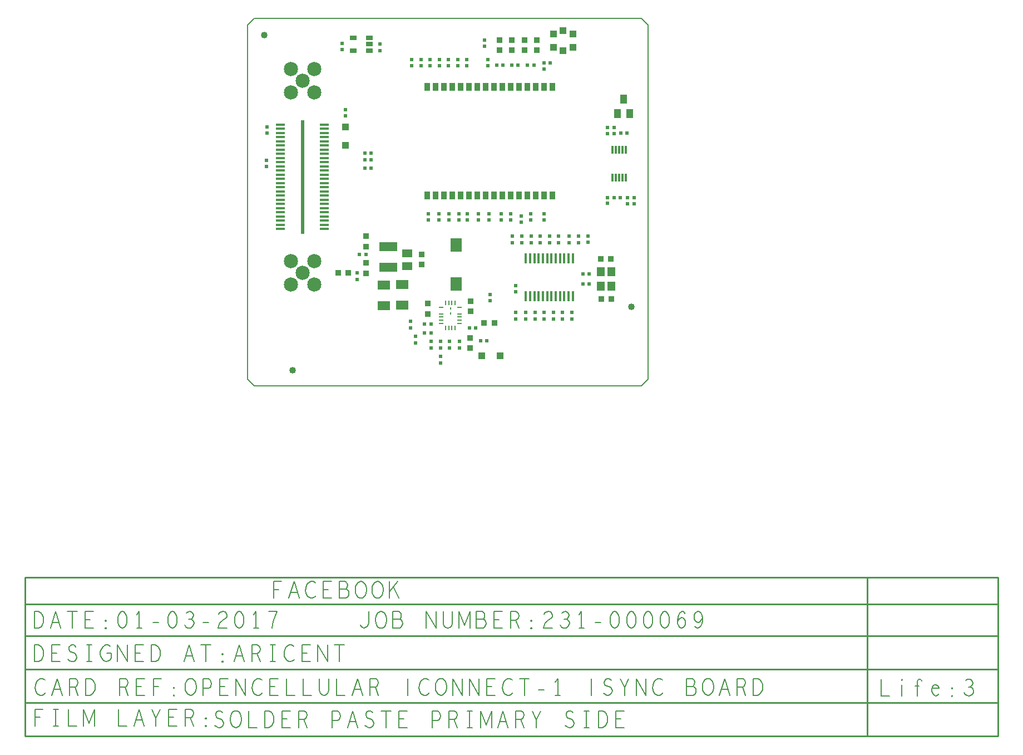
<source format=gbr>
G04 ================== begin FILE IDENTIFICATION RECORD ==================*
G04 Layout Name:  Fb_Connect1_SYNC_Life-3.brd*
G04 Film Name:    PASTETOP.gbr*
G04 File Format:  Gerber RS274X*
G04 File Origin:  Cadence Allegro 16.6-2015-S065*
G04 Origin Date:  Tue Jan 03 17:02:02 2017*
G04 *
G04 Layer:  PACKAGE GEOMETRY/PASTEMASK_TOP*
G04 Layer:  PIN/PASTEMASK_TOP*
G04 Layer:  DRAWING FORMAT/SPPR*
G04 Layer:  DRAWING FORMAT/FILM_LABEL_OUTLINE*
G04 Layer:  BOARD GEOMETRY/OUTLINE*
G04 *
G04 Offset:    (0.000 0.000)*
G04 Mirror:    No*
G04 Mode:      Positive*
G04 Rotation:  0*
G04 FullContactRelief:  No*
G04 UndefLineWidth:     6.000*
G04 ================== end FILE IDENTIFICATION RECORD ====================*
%FSLAX25Y25*MOIN*%
%IR0*IPPOS*OFA0.00000B0.00000*MIA0B0*SFA1.00000B1.00000*%
%ADD27R,.066929X.07874*%
%ADD20R,.11X.055*%
%ADD14R,.02X.68*%
%ADD23R,.008661X.014173*%
%ADD24R,.008661X.015748*%
%ADD26R,.027559X.009843*%
%ADD25R,.009843X.027559*%
%ADD12R,.055X.016*%
%ADD10C,.04*%
%ADD17R,.036X.037*%
%ADD21R,.059X.051*%
%ADD15R,.037X.036*%
%ADD19R,.075X.055*%
%ADD18R,.039X.028*%
%ADD33R,.039X.055*%
%ADD31R,.02X.02*%
%ADD22R,.035433X.05*%
%ADD32R,.012X.047244*%
%ADD13R,.021X.021*%
%ADD16R,.043307X.043307*%
%ADD11C,.085039*%
%ADD30R,.047244X.055118*%
%ADD29R,.03937X.03937*%
%ADD28R,.017717X.059055*%
%ADD34C,.01*%
%ADD35C,.006*%
G75*
%LPD*%
G75*
G54D10*
X10000Y210000D03*
X27300Y9300D03*
X230000Y47400D03*
G54D11*
X26061Y60535D03*
Y74550D03*
Y175850D03*
Y189865D03*
X40076Y60535D03*
X33068Y67542D03*
X40076Y74550D03*
Y175850D03*
X33068Y182858D03*
X40076Y189865D03*
G54D20*
X84377Y83392D03*
Y71187D03*
G54D30*
X211819Y59669D03*
Y68331D03*
X218118Y59669D03*
Y68331D03*
G54D21*
X95877Y79527D03*
Y71653D03*
G54D12*
X19818Y93950D03*
Y96450D03*
Y98950D03*
Y101450D03*
Y103950D03*
Y106450D03*
Y108950D03*
Y111450D03*
Y113950D03*
Y116450D03*
Y118950D03*
Y121450D03*
Y123950D03*
Y126450D03*
Y128950D03*
Y131450D03*
Y133950D03*
Y136450D03*
Y138950D03*
Y141450D03*
Y143950D03*
Y146450D03*
Y148950D03*
Y151450D03*
Y153950D03*
Y156450D03*
X46318Y93950D03*
Y96450D03*
Y98950D03*
Y101450D03*
Y103950D03*
Y106450D03*
Y108950D03*
Y111450D03*
Y113950D03*
Y116450D03*
Y118950D03*
Y121450D03*
Y123950D03*
Y126450D03*
Y128950D03*
Y131450D03*
Y133950D03*
Y136450D03*
Y138950D03*
Y141450D03*
Y143950D03*
Y146450D03*
Y148950D03*
Y151450D03*
Y153950D03*
Y156450D03*
G54D13*
X11368Y131230D03*
Y134970D03*
X11868Y155170D03*
Y151430D03*
X56950Y205105D03*
Y201364D03*
X65850Y63802D03*
X67260Y78550D03*
X71000D03*
X65850Y67542D03*
X74302Y130350D03*
X70561D03*
X70522Y135350D03*
X74262D03*
X74302Y139350D03*
X70561D03*
X58968Y161792D03*
Y165532D03*
X79500Y200830D03*
Y204570D03*
X106307Y31690D03*
X100677Y29560D03*
Y25820D03*
X106307Y37190D03*
X97677Y38560D03*
Y34820D03*
X108418Y99222D03*
Y102963D03*
X104031Y191711D03*
Y195452D03*
X98331Y191711D03*
Y195452D03*
X115679Y13838D03*
X110047Y31690D03*
X115679Y17578D03*
X110177Y22820D03*
Y26560D03*
X121177D03*
Y22820D03*
X115677Y26560D03*
Y22820D03*
X110047Y37190D03*
X120831Y99222D03*
X114831Y99391D03*
X120831Y102963D03*
X114831Y103131D03*
X109519Y191711D03*
Y195452D03*
X115018Y191711D03*
Y195452D03*
X126131D03*
Y191711D03*
X120631Y195452D03*
Y191711D03*
X127177Y22820D03*
Y26560D03*
X139807Y27190D03*
X136747Y34690D03*
X133007D03*
X126868Y99222D03*
X131968D03*
X138331D03*
X126868Y102963D03*
X131968D03*
X138331D03*
X131631Y195452D03*
Y191711D03*
X142031Y206970D03*
Y203230D03*
X143547Y27190D03*
X145515Y54630D03*
Y50890D03*
X152131Y99222D03*
X144668D03*
X158931Y85830D03*
Y89570D03*
X157831Y99222D03*
X152131Y102963D03*
X144668D03*
X157831D03*
X158498Y192100D03*
X149461D03*
X153201D03*
X144131Y191711D03*
Y195452D03*
X160968Y40130D03*
Y43870D03*
X172468D03*
Y40130D03*
X166968Y43870D03*
Y40130D03*
X160668Y59970D03*
Y56230D03*
X169831Y99222D03*
X170031Y89570D03*
Y85830D03*
X164031Y98036D03*
X164431Y85830D03*
Y89570D03*
X175531Y85830D03*
Y89570D03*
X169831Y102963D03*
X164031Y101776D03*
X162238Y192100D03*
X171669D03*
X167929D03*
X188968Y43870D03*
Y40130D03*
X183468D03*
Y43870D03*
X177968D03*
Y40130D03*
X177918Y99222D03*
X186531Y85830D03*
Y89570D03*
X181031Y85830D03*
Y89570D03*
X192731D03*
Y85830D03*
X177918Y102963D03*
X177831Y193370D03*
Y189630D03*
X177761Y193300D03*
X181501D03*
X194468Y43870D03*
Y40130D03*
X201098Y61000D03*
X204839D03*
Y67000D03*
X201098D03*
X198331Y89570D03*
Y85830D03*
X204280Y89732D03*
Y85992D03*
G54D22*
X107831Y114100D03*
Y179100D03*
X122831Y114100D03*
X117831D03*
X112831D03*
Y179100D03*
X117831D03*
X122831D03*
X142831Y114100D03*
X137831D03*
X132831D03*
X127831D03*
Y179100D03*
X132831D03*
X137831D03*
X142831D03*
X157831Y114100D03*
X152831D03*
X147831D03*
Y179100D03*
X152831D03*
X157831D03*
X172831Y114100D03*
X167831D03*
X162831D03*
Y179100D03*
X167831D03*
X172831D03*
X182831Y114100D03*
X177831D03*
Y179100D03*
X182831D03*
G54D31*
X215789Y109312D03*
Y112812D03*
X219912Y112700D03*
X223412D03*
X219811Y154588D03*
Y151088D03*
X215811Y154588D03*
Y151088D03*
X223912Y151206D03*
X227412D03*
X231811Y112588D03*
Y109088D03*
X227800Y112588D03*
Y109088D03*
G54D32*
X218887Y124554D03*
X220856D03*
X222824D03*
X224793D03*
X226761D03*
X218887Y141246D03*
X220856D03*
X222824D03*
X224793D03*
X226761D03*
G54D23*
X121677Y43391D03*
G54D14*
X33068Y125200D03*
G54D33*
X221700Y163100D03*
X225450Y171800D03*
X229200Y163100D03*
G54D15*
X54550Y67542D03*
X60650D03*
X141927Y37690D03*
X148027D03*
X212115Y52000D03*
X218215D03*
X217822Y76000D03*
X211722D03*
G54D24*
X121677Y46422D03*
G54D34*
G01X-133069Y-114500D02*
X371600D01*
Y-209700D01*
X-133069D01*
G01Y-114500D02*
Y-209700D01*
G01Y-189700D02*
X449900D01*
G01X-133069Y-169700D02*
X449900D01*
G01X-133069Y-149700D02*
X449900D01*
G01X-133069Y-130500D02*
X449900D01*
G01X371600Y-114500D02*
X449900D01*
Y-209700D01*
X371600D01*
G54D16*
X58968Y143950D03*
Y154974D03*
X140365Y18090D03*
X151388D03*
G54D25*
X118724Y34710D03*
X120692D03*
X122661D03*
X124630D03*
X118724Y49670D03*
X120692D03*
X122661D03*
X124630D03*
G54D35*
G01X-127194Y-203500D02*
Y-193500D01*
X-122444D01*
G01X-124194Y-198333D02*
X-127194D01*
G01X-116319Y-193500D02*
X-113320D01*
G01X-114819D02*
Y-203500D01*
G01X-116319D02*
X-113320D01*
G01X-107319Y-193500D02*
Y-203500D01*
X-102319D01*
G01X-98069D02*
Y-193500D01*
X-94819Y-201833D01*
X-91569Y-193500D01*
Y-203500D01*
G01X-77319Y-193500D02*
Y-203500D01*
X-72319D01*
G01X-67944D02*
X-64819Y-193500D01*
X-61694Y-203500D01*
G01X-62819Y-200000D02*
X-66819D01*
G01X-54819Y-203500D02*
Y-199000D01*
X-57319Y-193500D01*
G01X-52319D02*
X-54819Y-199000D01*
G01X-42319Y-203500D02*
X-47319D01*
Y-193500D01*
X-42319D01*
G01X-44319Y-198333D02*
X-47319D01*
G01X-37319Y-203500D02*
Y-193500D01*
X-34194D01*
X-33194Y-194000D01*
X-32569Y-194667D01*
X-32319Y-196000D01*
X-32569Y-197333D01*
X-33319Y-198167D01*
X-34194Y-198667D01*
X-37319D01*
G01X-34194D02*
X-32319Y-203500D01*
G01X-24819Y-203833D02*
X-25069Y-203667D01*
Y-203333D01*
X-24819Y-203167D01*
X-24569Y-203333D01*
Y-203667D01*
X-24819Y-203833D01*
G01Y-199334D02*
X-25069Y-199167D01*
Y-198833D01*
X-24819Y-198667D01*
X-24569Y-198833D01*
Y-199167D01*
X-24819Y-199334D01*
G01X-127569Y-165000D02*
Y-155000D01*
X-125069D01*
X-124069Y-155500D01*
X-123319Y-156167D01*
X-122694Y-157166D01*
X-122194Y-158334D01*
X-122069Y-160000D01*
X-122194Y-161667D01*
X-122694Y-162834D01*
X-123319Y-163834D01*
X-124069Y-164500D01*
X-125069Y-165000D01*
X-127569D01*
G01X-112319D02*
X-117319D01*
Y-155000D01*
X-112319D01*
G01X-114319Y-159833D02*
X-117319D01*
G01X-107444Y-163667D02*
X-106444Y-164500D01*
X-105319Y-165000D01*
X-104319D01*
X-103319Y-164500D01*
X-102569Y-163667D01*
X-102194Y-162500D01*
X-102444Y-161334D01*
X-103069Y-160333D01*
X-104194Y-159667D01*
X-105694Y-159333D01*
X-106569Y-158667D01*
X-106944Y-157500D01*
X-106694Y-156333D01*
X-106069Y-155500D01*
X-105194Y-155000D01*
X-104319D01*
X-103444Y-155333D01*
X-102694Y-156167D01*
G01X-96319Y-155000D02*
X-93320D01*
G01X-94819D02*
Y-165000D01*
G01X-96319D02*
X-93320D01*
G01X-84069Y-160000D02*
X-81569D01*
Y-163000D01*
X-82319Y-164000D01*
X-83194Y-164667D01*
X-84444Y-165000D01*
X-85694Y-164667D01*
X-86569Y-164000D01*
X-87319Y-163000D01*
X-87820Y-161833D01*
X-88069Y-160500D01*
Y-159333D01*
X-87820Y-158334D01*
X-87319Y-157166D01*
X-86569Y-156167D01*
X-85819Y-155500D01*
X-84819Y-155000D01*
X-83944D01*
X-82944Y-155333D01*
X-82194Y-156000D01*
G01X-77694Y-165000D02*
Y-155000D01*
X-71944Y-165000D01*
Y-155000D01*
G01X-62319Y-165000D02*
X-67319D01*
Y-155000D01*
X-62319D01*
G01X-64319Y-159833D02*
X-67319D01*
G01X-57569Y-165000D02*
Y-155000D01*
X-55069D01*
X-54069Y-155500D01*
X-53319Y-156167D01*
X-52694Y-157166D01*
X-52194Y-158334D01*
X-52069Y-160000D01*
X-52194Y-161667D01*
X-52694Y-162834D01*
X-53319Y-163834D01*
X-54069Y-164500D01*
X-55069Y-165000D01*
X-57569D01*
G01X-37944D02*
X-34819Y-155000D01*
X-31694Y-165000D01*
G01X-32819Y-161500D02*
X-36819D01*
G01X-24819Y-155000D02*
Y-165000D01*
G01X-27694Y-155000D02*
X-21944D01*
G01X-14819Y-165333D02*
X-15069Y-165167D01*
Y-164833D01*
X-14819Y-164667D01*
X-14569Y-164833D01*
Y-165167D01*
X-14819Y-165333D01*
G01Y-160834D02*
X-15069Y-160667D01*
Y-160333D01*
X-14819Y-160167D01*
X-14569Y-160333D01*
Y-160667D01*
X-14819Y-160834D01*
G01X-7944Y-165000D02*
X-4819Y-155000D01*
X-1694Y-165000D01*
G01X-2819Y-161500D02*
X-6819D01*
G01X2681Y-165000D02*
Y-155000D01*
X5806D01*
X6806Y-155500D01*
X7431Y-156167D01*
X7681Y-157500D01*
X7431Y-158833D01*
X6681Y-159667D01*
X5806Y-160167D01*
X2681D01*
G01X5806D02*
X7681Y-165000D01*
G01X13681Y-155000D02*
X16680D01*
G01X15181D02*
Y-165000D01*
G01X13681D02*
X16680D01*
G01X27931Y-155834D02*
X27181Y-155333D01*
X26306Y-155000D01*
X25306D01*
X24181Y-155500D01*
X23306Y-156333D01*
X22681Y-157333D01*
X22180Y-159000D01*
X22056Y-160500D01*
X22306Y-162000D01*
X22681Y-163000D01*
X23431Y-164000D01*
X24306Y-164667D01*
X25181Y-165000D01*
X26056D01*
X26931Y-164667D01*
X27681Y-164167D01*
X28306Y-163500D01*
G01X37681Y-165000D02*
X32681D01*
Y-155000D01*
X37681D01*
G01X35681Y-159833D02*
X32681D01*
G01X42306Y-165000D02*
Y-155000D01*
X48056Y-165000D01*
Y-155000D01*
G01X55181D02*
Y-165000D01*
G01X52306Y-155000D02*
X58056D01*
G01X-127569Y-145000D02*
Y-135000D01*
X-125069D01*
X-124069Y-135500D01*
X-123319Y-136167D01*
X-122694Y-137166D01*
X-122194Y-138334D01*
X-122069Y-140000D01*
X-122194Y-141667D01*
X-122694Y-142834D01*
X-123319Y-143834D01*
X-124069Y-144500D01*
X-125069Y-145000D01*
X-127569D01*
G01X-117944D02*
X-114819Y-135000D01*
X-111694Y-145000D01*
G01X-112819Y-141500D02*
X-116819D01*
G01X-104819Y-135000D02*
Y-145000D01*
G01X-107694Y-135000D02*
X-101944D01*
G01X-92319Y-145000D02*
X-97319D01*
Y-135000D01*
X-92319D01*
G01X-94319Y-139833D02*
X-97319D01*
G01X-84819Y-145333D02*
X-85069Y-145167D01*
Y-144833D01*
X-84819Y-144667D01*
X-84569Y-144833D01*
Y-145167D01*
X-84819Y-145333D01*
G01Y-140834D02*
X-85069Y-140667D01*
Y-140333D01*
X-84819Y-140167D01*
X-84569Y-140333D01*
Y-140667D01*
X-84819Y-140834D01*
G01X-74819Y-135000D02*
X-75819Y-135333D01*
X-76569Y-136167D01*
X-77069Y-137166D01*
X-77444Y-138500D01*
X-77569Y-140000D01*
X-77444Y-141500D01*
X-77069Y-142834D01*
X-76569Y-143834D01*
X-75819Y-144667D01*
X-74819Y-145000D01*
X-73819Y-144667D01*
X-73069Y-143834D01*
X-72569Y-142834D01*
X-72194Y-141500D01*
X-72069Y-140000D01*
X-72194Y-138500D01*
X-72569Y-137166D01*
X-73069Y-136167D01*
X-73819Y-135333D01*
X-74819Y-135000D01*
G01X-64819Y-145000D02*
Y-135000D01*
X-66319Y-137000D01*
G01Y-145000D02*
X-63320D01*
G01X-56444Y-141667D02*
X-53194D01*
G01X-44819Y-135000D02*
X-45819Y-135333D01*
X-46569Y-136167D01*
X-47069Y-137166D01*
X-47444Y-138500D01*
X-47569Y-140000D01*
X-47444Y-141500D01*
X-47069Y-142834D01*
X-46569Y-143834D01*
X-45819Y-144667D01*
X-44819Y-145000D01*
X-43819Y-144667D01*
X-43069Y-143834D01*
X-42569Y-142834D01*
X-42194Y-141500D01*
X-42069Y-140000D01*
X-42194Y-138500D01*
X-42569Y-137166D01*
X-43069Y-136167D01*
X-43819Y-135333D01*
X-44819Y-135000D01*
G01X-37569Y-143000D02*
X-36819Y-144167D01*
X-35819Y-144833D01*
X-34694Y-145000D01*
X-33694Y-144833D01*
X-32694Y-144000D01*
X-32069Y-143000D01*
X-31944Y-142000D01*
X-32194Y-140834D01*
X-33069Y-140000D01*
X-33944Y-139667D01*
X-35069D01*
G01X-33944D02*
X-33194Y-139167D01*
X-32569Y-138334D01*
X-32319Y-137333D01*
X-32569Y-136333D01*
X-33194Y-135500D01*
X-34319Y-135000D01*
X-35444Y-135167D01*
X-36569Y-135834D01*
G01X-26444Y-141667D02*
X-23194D01*
G01X-17194Y-136667D02*
X-16444Y-135667D01*
X-15569Y-135167D01*
X-14569Y-135000D01*
X-13319Y-135333D01*
X-12444Y-136167D01*
X-12194Y-137166D01*
X-12319Y-138167D01*
X-12819Y-139000D01*
X-15319Y-140667D01*
X-16444Y-141833D01*
X-17194Y-143500D01*
X-17444Y-145000D01*
X-12194D01*
G01X-4819Y-135000D02*
X-5819Y-135333D01*
X-6569Y-136167D01*
X-7069Y-137166D01*
X-7444Y-138500D01*
X-7569Y-140000D01*
X-7444Y-141500D01*
X-7069Y-142834D01*
X-6569Y-143834D01*
X-5819Y-144667D01*
X-4819Y-145000D01*
X-3819Y-144667D01*
X-3069Y-143834D01*
X-2569Y-142834D01*
X-2194Y-141500D01*
X-2069Y-140000D01*
X-2194Y-138500D01*
X-2569Y-137166D01*
X-3069Y-136167D01*
X-3819Y-135333D01*
X-4819Y-135000D01*
G01X5181Y-145000D02*
Y-135000D01*
X3681Y-137000D01*
G01Y-145000D02*
X6680D01*
G01X14931D02*
X15181Y-142834D01*
X15556Y-141000D01*
X16056Y-139333D01*
X16681Y-137500D01*
X17681Y-135000D01*
X12681D01*
G01X-121200Y-176034D02*
X-121950Y-175533D01*
X-122825Y-175200D01*
X-123825D01*
X-124950Y-175700D01*
X-125825Y-176533D01*
X-126450Y-177533D01*
X-126950Y-179200D01*
X-127075Y-180700D01*
X-126825Y-182200D01*
X-126450Y-183200D01*
X-125700Y-184200D01*
X-124825Y-184867D01*
X-123950Y-185200D01*
X-123075D01*
X-122200Y-184867D01*
X-121450Y-184367D01*
X-120825Y-183700D01*
G01X-117075Y-185200D02*
X-113950Y-175200D01*
X-110825Y-185200D01*
G01X-111950Y-181700D02*
X-115950D01*
G01X-106450Y-185200D02*
Y-175200D01*
X-103325D01*
X-102325Y-175700D01*
X-101700Y-176367D01*
X-101450Y-177700D01*
X-101700Y-179033D01*
X-102450Y-179867D01*
X-103325Y-180367D01*
X-106450D01*
G01X-103325D02*
X-101450Y-185200D01*
G01X-96700D02*
Y-175200D01*
X-94200D01*
X-93200Y-175700D01*
X-92450Y-176367D01*
X-91825Y-177366D01*
X-91325Y-178534D01*
X-91200Y-180200D01*
X-91325Y-181867D01*
X-91825Y-183034D01*
X-92450Y-184034D01*
X-93200Y-184700D01*
X-94200Y-185200D01*
X-96700D01*
G01X-76450D02*
Y-175200D01*
X-73325D01*
X-72325Y-175700D01*
X-71700Y-176367D01*
X-71450Y-177700D01*
X-71700Y-179033D01*
X-72450Y-179867D01*
X-73325Y-180367D01*
X-76450D01*
G01X-73325D02*
X-71450Y-185200D01*
G01X-61450D02*
X-66450D01*
Y-175200D01*
X-61450D01*
G01X-63450Y-180033D02*
X-66450D01*
G01X-56325Y-185200D02*
Y-175200D01*
X-51575D01*
G01X-53325Y-180033D02*
X-56325D01*
G01X-43950Y-185533D02*
X-44200Y-185367D01*
Y-185033D01*
X-43950Y-184867D01*
X-43700Y-185033D01*
Y-185367D01*
X-43950Y-185533D01*
G01Y-181034D02*
X-44200Y-180867D01*
Y-180533D01*
X-43950Y-180367D01*
X-43700Y-180533D01*
Y-180867D01*
X-43950Y-181034D01*
G01X-33950Y-185200D02*
X-34950Y-185033D01*
X-35825Y-184367D01*
X-36575Y-183367D01*
X-37075Y-182200D01*
X-37325Y-180867D01*
Y-179533D01*
X-37075Y-178200D01*
X-36575Y-177033D01*
X-35825Y-176034D01*
X-34950Y-175367D01*
X-33950Y-175200D01*
X-32950Y-175367D01*
X-32075Y-176034D01*
X-31325Y-177033D01*
X-30825Y-178200D01*
X-30575Y-179533D01*
Y-180867D01*
X-30825Y-182200D01*
X-31325Y-183367D01*
X-32075Y-184367D01*
X-32950Y-185033D01*
X-33950Y-185200D01*
G01X-26450D02*
Y-175200D01*
X-23450D01*
X-22450Y-175700D01*
X-21700Y-176867D01*
X-21450Y-178200D01*
X-21700Y-179533D01*
X-22325Y-180533D01*
X-23450Y-181034D01*
X-26450D01*
G01X-11450Y-185200D02*
X-16450D01*
Y-175200D01*
X-11450D01*
G01X-13450Y-180033D02*
X-16450D01*
G01X-6825Y-185200D02*
Y-175200D01*
X-1075Y-185200D01*
Y-175200D01*
G01X8800Y-176034D02*
X8050Y-175533D01*
X7175Y-175200D01*
X6175D01*
X5050Y-175700D01*
X4175Y-176533D01*
X3550Y-177533D01*
X3050Y-179200D01*
X2925Y-180700D01*
X3175Y-182200D01*
X3550Y-183200D01*
X4300Y-184200D01*
X5175Y-184867D01*
X6050Y-185200D01*
X6925D01*
X7800Y-184867D01*
X8550Y-184367D01*
X9175Y-183700D01*
G01X18550Y-185200D02*
X13550D01*
Y-175200D01*
X18550D01*
G01X16550Y-180033D02*
X13550D01*
G01X23550Y-175200D02*
Y-185200D01*
X28550D01*
G01X33550Y-175200D02*
Y-185200D01*
X38550D01*
G01X43300Y-175200D02*
Y-182367D01*
X43800Y-183867D01*
X44800Y-184867D01*
X46050Y-185200D01*
X47300Y-184867D01*
X48300Y-183867D01*
X48800Y-182367D01*
Y-175200D01*
G01X53550D02*
Y-185200D01*
X58550D01*
G01X62925D02*
X66050Y-175200D01*
X69175Y-185200D01*
G01X68050Y-181700D02*
X64050D01*
G01X73550Y-185200D02*
Y-175200D01*
X76675D01*
X77675Y-175700D01*
X78300Y-176367D01*
X78550Y-177700D01*
X78300Y-179033D01*
X77550Y-179867D01*
X76675Y-180367D01*
X73550D01*
G01X76675D02*
X78550Y-185200D01*
G01X96050D02*
Y-175200D01*
G01X108800Y-176034D02*
X108050Y-175533D01*
X107175Y-175200D01*
X106175D01*
X105050Y-175700D01*
X104175Y-176533D01*
X103550Y-177533D01*
X103050Y-179200D01*
X102925Y-180700D01*
X103175Y-182200D01*
X103550Y-183200D01*
X104300Y-184200D01*
X105175Y-184867D01*
X106050Y-185200D01*
X106925D01*
X107800Y-184867D01*
X108550Y-184367D01*
X109175Y-183700D01*
G01X116050Y-185200D02*
X115050Y-185033D01*
X114175Y-184367D01*
X113425Y-183367D01*
X112925Y-182200D01*
X112675Y-180867D01*
Y-179533D01*
X112925Y-178200D01*
X113425Y-177033D01*
X114175Y-176034D01*
X115050Y-175367D01*
X116050Y-175200D01*
X117050Y-175367D01*
X117925Y-176034D01*
X118675Y-177033D01*
X119175Y-178200D01*
X119425Y-179533D01*
Y-180867D01*
X119175Y-182200D01*
X118675Y-183367D01*
X117925Y-184367D01*
X117050Y-185033D01*
X116050Y-185200D01*
G01X123175D02*
Y-175200D01*
X128925Y-185200D01*
Y-175200D01*
G01X133175Y-185200D02*
Y-175200D01*
X138925Y-185200D01*
Y-175200D01*
G01X148550Y-185200D02*
X143550D01*
Y-175200D01*
X148550D01*
G01X146550Y-180033D02*
X143550D01*
G01X158800Y-176034D02*
X158050Y-175533D01*
X157175Y-175200D01*
X156175D01*
X155050Y-175700D01*
X154175Y-176533D01*
X153550Y-177533D01*
X153050Y-179200D01*
X152925Y-180700D01*
X153175Y-182200D01*
X153550Y-183200D01*
X154300Y-184200D01*
X155175Y-184867D01*
X156050Y-185200D01*
X156925D01*
X157800Y-184867D01*
X158550Y-184367D01*
X159175Y-183700D01*
G01X166050Y-175200D02*
Y-185200D01*
G01X163175Y-175200D02*
X168925D01*
G01X174425Y-181867D02*
X177675D01*
G01X186050Y-185200D02*
Y-175200D01*
X184550Y-177200D01*
G01Y-185200D02*
X187550D01*
G01X206050D02*
Y-175200D01*
G01X213425Y-183867D02*
X214425Y-184700D01*
X215550Y-185200D01*
X216550D01*
X217550Y-184700D01*
X218300Y-183867D01*
X218675Y-182700D01*
X218425Y-181534D01*
X217800Y-180533D01*
X216675Y-179867D01*
X215175Y-179533D01*
X214300Y-178867D01*
X213925Y-177700D01*
X214175Y-176533D01*
X214800Y-175700D01*
X215675Y-175200D01*
X216550D01*
X217425Y-175533D01*
X218175Y-176367D01*
G01X226050Y-185200D02*
Y-180700D01*
X223550Y-175200D01*
G01X228550D02*
X226050Y-180700D01*
G01X233175Y-185200D02*
Y-175200D01*
X238925Y-185200D01*
Y-175200D01*
G01X248800Y-176034D02*
X248050Y-175533D01*
X247175Y-175200D01*
X246175D01*
X245050Y-175700D01*
X244175Y-176533D01*
X243550Y-177533D01*
X243050Y-179200D01*
X242925Y-180700D01*
X243175Y-182200D01*
X243550Y-183200D01*
X244300Y-184200D01*
X245175Y-184867D01*
X246050Y-185200D01*
X246925D01*
X247800Y-184867D01*
X248550Y-184367D01*
X249175Y-183700D01*
G01X267050Y-179867D02*
X267550Y-179367D01*
X267925Y-178534D01*
X268175Y-177366D01*
X267925Y-176367D01*
X267425Y-175700D01*
X266550Y-175200D01*
X263175D01*
Y-185200D01*
X267300D01*
X268175Y-184534D01*
X268675Y-183533D01*
X268925Y-182367D01*
X268675Y-181200D01*
X267925Y-180200D01*
X267050Y-179867D01*
X263175D01*
G01X276050Y-185200D02*
X275050Y-185033D01*
X274175Y-184367D01*
X273425Y-183367D01*
X272925Y-182200D01*
X272675Y-180867D01*
Y-179533D01*
X272925Y-178200D01*
X273425Y-177033D01*
X274175Y-176034D01*
X275050Y-175367D01*
X276050Y-175200D01*
X277050Y-175367D01*
X277925Y-176034D01*
X278675Y-177033D01*
X279175Y-178200D01*
X279425Y-179533D01*
Y-180867D01*
X279175Y-182200D01*
X278675Y-183367D01*
X277925Y-184367D01*
X277050Y-185033D01*
X276050Y-185200D01*
G01X282925D02*
X286050Y-175200D01*
X289175Y-185200D01*
G01X288050Y-181700D02*
X284050D01*
G01X293550Y-185200D02*
Y-175200D01*
X296675D01*
X297675Y-175700D01*
X298300Y-176367D01*
X298550Y-177700D01*
X298300Y-179033D01*
X297550Y-179867D01*
X296675Y-180367D01*
X293550D01*
G01X296675D02*
X298550Y-185200D01*
G01X303300D02*
Y-175200D01*
X305800D01*
X306800Y-175700D01*
X307550Y-176367D01*
X308175Y-177366D01*
X308675Y-178534D01*
X308800Y-180200D01*
X308675Y-181867D01*
X308175Y-183034D01*
X307550Y-184034D01*
X306800Y-184700D01*
X305800Y-185200D01*
X303300D01*
G01X-19444Y-203167D02*
X-18444Y-204000D01*
X-17319Y-204500D01*
X-16319D01*
X-15319Y-204000D01*
X-14569Y-203167D01*
X-14194Y-202000D01*
X-14444Y-200834D01*
X-15069Y-199833D01*
X-16194Y-199167D01*
X-17694Y-198833D01*
X-18569Y-198167D01*
X-18944Y-197000D01*
X-18694Y-195833D01*
X-18069Y-195000D01*
X-17194Y-194500D01*
X-16319D01*
X-15444Y-194833D01*
X-14694Y-195667D01*
G01X-6819Y-204500D02*
X-7819Y-204333D01*
X-8694Y-203667D01*
X-9444Y-202667D01*
X-9944Y-201500D01*
X-10194Y-200167D01*
Y-198833D01*
X-9944Y-197500D01*
X-9444Y-196333D01*
X-8694Y-195334D01*
X-7819Y-194667D01*
X-6819Y-194500D01*
X-5819Y-194667D01*
X-4944Y-195334D01*
X-4194Y-196333D01*
X-3694Y-197500D01*
X-3444Y-198833D01*
Y-200167D01*
X-3694Y-201500D01*
X-4194Y-202667D01*
X-4944Y-203667D01*
X-5819Y-204333D01*
X-6819Y-204500D01*
G01X681Y-194500D02*
Y-204500D01*
X5681D01*
G01X10431D02*
Y-194500D01*
X12931D01*
X13931Y-195000D01*
X14681Y-195667D01*
X15306Y-196666D01*
X15806Y-197834D01*
X15931Y-199500D01*
X15806Y-201167D01*
X15306Y-202334D01*
X14681Y-203334D01*
X13931Y-204000D01*
X12931Y-204500D01*
X10431D01*
G01X25681D02*
X20681D01*
Y-194500D01*
X25681D01*
G01X23681Y-199333D02*
X20681D01*
G01X30681Y-204500D02*
Y-194500D01*
X33806D01*
X34806Y-195000D01*
X35431Y-195667D01*
X35681Y-197000D01*
X35431Y-198333D01*
X34681Y-199167D01*
X33806Y-199667D01*
X30681D01*
G01X33806D02*
X35681Y-204500D01*
G01X50681D02*
Y-194500D01*
X53681D01*
X54681Y-195000D01*
X55431Y-196167D01*
X55681Y-197500D01*
X55431Y-198833D01*
X54806Y-199833D01*
X53681Y-200334D01*
X50681D01*
G01X60056Y-204500D02*
X63181Y-194500D01*
X66306Y-204500D01*
G01X65181Y-201000D02*
X61181D01*
G01X70556Y-203167D02*
X71556Y-204000D01*
X72681Y-204500D01*
X73681D01*
X74681Y-204000D01*
X75431Y-203167D01*
X75806Y-202000D01*
X75556Y-200834D01*
X74931Y-199833D01*
X73806Y-199167D01*
X72306Y-198833D01*
X71431Y-198167D01*
X71056Y-197000D01*
X71306Y-195833D01*
X71931Y-195000D01*
X72806Y-194500D01*
X73681D01*
X74556Y-194833D01*
X75306Y-195667D01*
G01X83181Y-194500D02*
Y-204500D01*
G01X80306Y-194500D02*
X86056D01*
G01X95681Y-204500D02*
X90681D01*
Y-194500D01*
X95681D01*
G01X93681Y-199333D02*
X90681D01*
G01X110681Y-204500D02*
Y-194500D01*
X113681D01*
X114681Y-195000D01*
X115431Y-196167D01*
X115681Y-197500D01*
X115431Y-198833D01*
X114806Y-199833D01*
X113681Y-200334D01*
X110681D01*
G01X120681Y-204500D02*
Y-194500D01*
X123806D01*
X124806Y-195000D01*
X125431Y-195667D01*
X125681Y-197000D01*
X125431Y-198333D01*
X124681Y-199167D01*
X123806Y-199667D01*
X120681D01*
G01X123806D02*
X125681Y-204500D01*
G01X131681Y-194500D02*
X134680D01*
G01X133181D02*
Y-204500D01*
G01X131681D02*
X134680D01*
G01X139931D02*
Y-194500D01*
X143181Y-202833D01*
X146431Y-194500D01*
Y-204500D01*
G01X150056D02*
X153181Y-194500D01*
X156306Y-204500D01*
G01X155181Y-201000D02*
X151181D01*
G01X160681Y-204500D02*
Y-194500D01*
X163806D01*
X164806Y-195000D01*
X165431Y-195667D01*
X165681Y-197000D01*
X165431Y-198333D01*
X164681Y-199167D01*
X163806Y-199667D01*
X160681D01*
G01X163806D02*
X165681Y-204500D01*
G01X173181D02*
Y-200000D01*
X170681Y-194500D01*
G01X175681D02*
X173181Y-200000D01*
G01X190556Y-203167D02*
X191556Y-204000D01*
X192681Y-204500D01*
X193681D01*
X194681Y-204000D01*
X195431Y-203167D01*
X195806Y-202000D01*
X195556Y-200834D01*
X194931Y-199833D01*
X193806Y-199167D01*
X192306Y-198833D01*
X191431Y-198167D01*
X191056Y-197000D01*
X191306Y-195833D01*
X191931Y-195000D01*
X192806Y-194500D01*
X193681D01*
X194556Y-194833D01*
X195306Y-195667D01*
G01X201681Y-194500D02*
X204680D01*
G01X203181D02*
Y-204500D01*
G01X201681D02*
X204680D01*
G01X210431D02*
Y-194500D01*
X212931D01*
X213931Y-195000D01*
X214681Y-195667D01*
X215306Y-196666D01*
X215806Y-197834D01*
X215931Y-199500D01*
X215806Y-201167D01*
X215306Y-202334D01*
X214681Y-203334D01*
X213931Y-204000D01*
X212931Y-204500D01*
X210431D01*
G01X225681D02*
X220681D01*
Y-194500D01*
X225681D01*
G01X223681Y-199333D02*
X220681D01*
G01X4000Y220000D02*
X0Y216000D01*
Y4000D01*
X4000Y0D01*
X236000D01*
X240000Y4000D01*
Y216000D01*
X236000Y220000D01*
X4000D01*
G01X15693Y-127100D02*
Y-117100D01*
X20444D01*
G01X18694Y-121933D02*
X15693D01*
G01X24943Y-127100D02*
X28068Y-117100D01*
X31194Y-127100D01*
G01X30068Y-123600D02*
X26068D01*
G01X40818Y-117934D02*
X40068Y-117433D01*
X39194Y-117100D01*
X38194D01*
X37068Y-117600D01*
X36194Y-118433D01*
X35568Y-119433D01*
X35068Y-121100D01*
X34943Y-122600D01*
X35194Y-124100D01*
X35568Y-125100D01*
X36318Y-126100D01*
X37194Y-126767D01*
X38068Y-127100D01*
X38943D01*
X39818Y-126767D01*
X40568Y-126267D01*
X41194Y-125600D01*
G01X50569Y-127100D02*
X45568D01*
Y-117100D01*
X50569D01*
G01X48568Y-121933D02*
X45568D01*
G01X59068Y-121767D02*
X59568Y-121267D01*
X59943Y-120434D01*
X60194Y-119267D01*
X59943Y-118267D01*
X59443Y-117600D01*
X58568Y-117100D01*
X55193D01*
Y-127100D01*
X59319D01*
X60194Y-126434D01*
X60694Y-125433D01*
X60943Y-124267D01*
X60694Y-123100D01*
X59943Y-122100D01*
X59068Y-121767D01*
X55193D01*
G01X68068Y-127100D02*
X67068Y-126933D01*
X66194Y-126267D01*
X65444Y-125267D01*
X64943Y-124100D01*
X64693Y-122767D01*
Y-121433D01*
X64943Y-120100D01*
X65444Y-118933D01*
X66194Y-117934D01*
X67068Y-117267D01*
X68068Y-117100D01*
X69068Y-117267D01*
X69943Y-117934D01*
X70694Y-118933D01*
X71194Y-120100D01*
X71444Y-121433D01*
Y-122767D01*
X71194Y-124100D01*
X70694Y-125267D01*
X69943Y-126267D01*
X69068Y-126933D01*
X68068Y-127100D01*
G01X78068D02*
X77068Y-126933D01*
X76194Y-126267D01*
X75444Y-125267D01*
X74943Y-124100D01*
X74693Y-122767D01*
Y-121433D01*
X74943Y-120100D01*
X75444Y-118933D01*
X76194Y-117934D01*
X77068Y-117267D01*
X78068Y-117100D01*
X79068Y-117267D01*
X79943Y-117934D01*
X80694Y-118933D01*
X81194Y-120100D01*
X81444Y-121433D01*
Y-122767D01*
X81194Y-124100D01*
X80694Y-125267D01*
X79943Y-126267D01*
X79068Y-126933D01*
X78068Y-127100D01*
G01X85318D02*
Y-117100D01*
G01X90068D02*
X85318Y-123267D01*
G01X90818Y-127100D02*
X87444Y-120434D01*
G01X67681Y-143000D02*
X68306Y-144000D01*
X69056Y-144667D01*
X69931Y-145000D01*
X70931Y-144667D01*
X71681Y-144000D01*
X72431Y-143000D01*
X72681Y-141667D01*
Y-135000D01*
G01X80181Y-145000D02*
X79181Y-144833D01*
X78306Y-144167D01*
X77556Y-143167D01*
X77056Y-142000D01*
X76806Y-140667D01*
Y-139333D01*
X77056Y-138000D01*
X77556Y-136833D01*
X78306Y-135834D01*
X79181Y-135167D01*
X80181Y-135000D01*
X81181Y-135167D01*
X82056Y-135834D01*
X82806Y-136833D01*
X83306Y-138000D01*
X83556Y-139333D01*
Y-140667D01*
X83306Y-142000D01*
X82806Y-143167D01*
X82056Y-144167D01*
X81181Y-144833D01*
X80181Y-145000D01*
G01X91181Y-139667D02*
X91681Y-139167D01*
X92056Y-138334D01*
X92306Y-137166D01*
X92056Y-136167D01*
X91556Y-135500D01*
X90681Y-135000D01*
X87306D01*
Y-145000D01*
X91431D01*
X92306Y-144334D01*
X92806Y-143333D01*
X93056Y-142167D01*
X92806Y-141000D01*
X92056Y-140000D01*
X91181Y-139667D01*
X87306D01*
G01X107306Y-145000D02*
Y-135000D01*
X113056Y-145000D01*
Y-135000D01*
G01X117431D02*
Y-142167D01*
X117931Y-143667D01*
X118931Y-144667D01*
X120181Y-145000D01*
X121431Y-144667D01*
X122431Y-143667D01*
X122931Y-142167D01*
Y-135000D01*
G01X126931Y-145000D02*
Y-135000D01*
X130181Y-143333D01*
X133431Y-135000D01*
Y-145000D01*
G01X141181Y-139667D02*
X141681Y-139167D01*
X142056Y-138334D01*
X142306Y-137166D01*
X142056Y-136167D01*
X141556Y-135500D01*
X140681Y-135000D01*
X137306D01*
Y-145000D01*
X141431D01*
X142306Y-144334D01*
X142806Y-143333D01*
X143056Y-142167D01*
X142806Y-141000D01*
X142056Y-140000D01*
X141181Y-139667D01*
X137306D01*
G01X152681Y-145000D02*
X147681D01*
Y-135000D01*
X152681D01*
G01X150681Y-139833D02*
X147681D01*
G01X157681Y-145000D02*
Y-135000D01*
X160806D01*
X161806Y-135500D01*
X162431Y-136167D01*
X162681Y-137500D01*
X162431Y-138833D01*
X161681Y-139667D01*
X160806Y-140167D01*
X157681D01*
G01X160806D02*
X162681Y-145000D01*
G01X170181Y-145333D02*
X169931Y-145167D01*
Y-144833D01*
X170181Y-144667D01*
X170431Y-144833D01*
Y-145167D01*
X170181Y-145333D01*
G01Y-140834D02*
X169931Y-140667D01*
Y-140333D01*
X170181Y-140167D01*
X170431Y-140333D01*
Y-140667D01*
X170181Y-140834D01*
G01X177806Y-136667D02*
X178556Y-135667D01*
X179431Y-135167D01*
X180431Y-135000D01*
X181681Y-135333D01*
X182556Y-136167D01*
X182806Y-137166D01*
X182681Y-138167D01*
X182181Y-139000D01*
X179681Y-140667D01*
X178556Y-141833D01*
X177806Y-143500D01*
X177556Y-145000D01*
X182806D01*
G01X187431Y-143000D02*
X188181Y-144167D01*
X189181Y-144833D01*
X190306Y-145000D01*
X191306Y-144833D01*
X192306Y-144000D01*
X192931Y-143000D01*
X193056Y-142000D01*
X192806Y-140834D01*
X191931Y-140000D01*
X191056Y-139667D01*
X189931D01*
G01X191056D02*
X191806Y-139167D01*
X192431Y-138334D01*
X192681Y-137333D01*
X192431Y-136333D01*
X191806Y-135500D01*
X190681Y-135000D01*
X189556Y-135167D01*
X188431Y-135834D01*
G01X200181Y-145000D02*
Y-135000D01*
X198681Y-137000D01*
G01Y-145000D02*
X201681D01*
G01X208556Y-141667D02*
X211806D01*
G01X220181Y-135000D02*
X219181Y-135333D01*
X218431Y-136167D01*
X217931Y-137166D01*
X217556Y-138500D01*
X217431Y-140000D01*
X217556Y-141500D01*
X217931Y-142834D01*
X218431Y-143834D01*
X219181Y-144667D01*
X220181Y-145000D01*
X221181Y-144667D01*
X221931Y-143834D01*
X222431Y-142834D01*
X222806Y-141500D01*
X222931Y-140000D01*
X222806Y-138500D01*
X222431Y-137166D01*
X221931Y-136167D01*
X221181Y-135333D01*
X220181Y-135000D01*
G01X230181D02*
X229181Y-135333D01*
X228431Y-136167D01*
X227931Y-137166D01*
X227556Y-138500D01*
X227431Y-140000D01*
X227556Y-141500D01*
X227931Y-142834D01*
X228431Y-143834D01*
X229181Y-144667D01*
X230181Y-145000D01*
X231181Y-144667D01*
X231931Y-143834D01*
X232431Y-142834D01*
X232806Y-141500D01*
X232931Y-140000D01*
X232806Y-138500D01*
X232431Y-137166D01*
X231931Y-136167D01*
X231181Y-135333D01*
X230181Y-135000D01*
G01X240181D02*
X239181Y-135333D01*
X238431Y-136167D01*
X237931Y-137166D01*
X237556Y-138500D01*
X237431Y-140000D01*
X237556Y-141500D01*
X237931Y-142834D01*
X238431Y-143834D01*
X239181Y-144667D01*
X240181Y-145000D01*
X241181Y-144667D01*
X241931Y-143834D01*
X242431Y-142834D01*
X242806Y-141500D01*
X242931Y-140000D01*
X242806Y-138500D01*
X242431Y-137166D01*
X241931Y-136167D01*
X241181Y-135333D01*
X240181Y-135000D01*
G01X250181D02*
X249181Y-135333D01*
X248431Y-136167D01*
X247931Y-137166D01*
X247556Y-138500D01*
X247431Y-140000D01*
X247556Y-141500D01*
X247931Y-142834D01*
X248431Y-143834D01*
X249181Y-144667D01*
X250181Y-145000D01*
X251181Y-144667D01*
X251931Y-143834D01*
X252431Y-142834D01*
X252806Y-141500D01*
X252931Y-140000D01*
X252806Y-138500D01*
X252431Y-137166D01*
X251931Y-136167D01*
X251181Y-135333D01*
X250181Y-135000D01*
G01X257806Y-140834D02*
X258681Y-139667D01*
X259431Y-139000D01*
X260431Y-138667D01*
X261306Y-139000D01*
X261931Y-139667D01*
X262431Y-140667D01*
X262556Y-141833D01*
X262431Y-142834D01*
X261931Y-143834D01*
X261181Y-144667D01*
X260306Y-145000D01*
X259306Y-144667D01*
X258431Y-143667D01*
X257931Y-142167D01*
X257806Y-140500D01*
X258056Y-138334D01*
X258431Y-137166D01*
X259056Y-136000D01*
X259931Y-135167D01*
X260806Y-135000D01*
X261681Y-135333D01*
X262306Y-136167D01*
G01X268056Y-143834D02*
X268931Y-144667D01*
X269931Y-145000D01*
X270931Y-144667D01*
X271806Y-143667D01*
X272431Y-142167D01*
X272681Y-140667D01*
Y-138833D01*
X272431Y-137333D01*
X271806Y-136000D01*
X271056Y-135333D01*
X270181Y-135000D01*
X269181Y-135333D01*
X268431Y-136000D01*
X267931Y-137000D01*
X267681Y-138334D01*
X267931Y-139500D01*
X268556Y-140667D01*
X269306Y-141334D01*
X270181Y-141500D01*
X271181Y-141167D01*
X271931Y-140333D01*
X272681Y-138833D01*
G01X379781Y-175500D02*
Y-185500D01*
X384781D01*
G01X392281Y-178834D02*
Y-185500D01*
G01Y-176167D02*
X392031Y-176000D01*
Y-175667D01*
X392281Y-175500D01*
X392531Y-175667D01*
Y-176000D01*
X392281Y-176167D01*
G01X401531Y-185500D02*
Y-177000D01*
X401781Y-176167D01*
X402281Y-175667D01*
X403031Y-175500D01*
X403781Y-175833D01*
X404156Y-176667D01*
G01X402656Y-179500D02*
X400156D01*
G01X410406Y-181000D02*
X414406D01*
X414031Y-179833D01*
X413406Y-179167D01*
X412531Y-178834D01*
X411656Y-179000D01*
X410906Y-179500D01*
X410406Y-180667D01*
X410156Y-181667D01*
Y-182667D01*
X410406Y-183667D01*
X411031Y-184667D01*
X411781Y-185333D01*
X412656Y-185500D01*
X413531Y-185167D01*
X414406Y-184167D01*
G01X422281Y-185833D02*
X422031Y-185667D01*
Y-185333D01*
X422281Y-185167D01*
X422531Y-185333D01*
Y-185667D01*
X422281Y-185833D01*
G01Y-181334D02*
X422031Y-181167D01*
Y-180833D01*
X422281Y-180667D01*
X422531Y-180833D01*
Y-181167D01*
X422281Y-181334D01*
G01X429531Y-183500D02*
X430281Y-184667D01*
X431281Y-185333D01*
X432406Y-185500D01*
X433406Y-185333D01*
X434406Y-184500D01*
X435031Y-183500D01*
X435156Y-182500D01*
X434906Y-181334D01*
X434031Y-180500D01*
X433156Y-180167D01*
X432031D01*
G01X433156D02*
X433906Y-179667D01*
X434531Y-178834D01*
X434781Y-177833D01*
X434531Y-176833D01*
X433906Y-176000D01*
X432781Y-175500D01*
X431656Y-175667D01*
X430531Y-176334D01*
G54D17*
X71000Y67442D03*
Y73542D03*
Y83450D03*
Y89550D03*
X108177Y49240D03*
Y43140D03*
X104577Y72540D03*
Y78640D03*
X133377Y22540D03*
Y28640D03*
X133677Y44640D03*
Y50740D03*
X158531Y201050D03*
X151031D03*
X158531Y207150D03*
X151031D03*
X166031Y201050D03*
X173531D03*
X166031Y207150D03*
X173531D03*
G54D26*
X116165Y37268D03*
Y39237D03*
Y41206D03*
Y43174D03*
Y47111D03*
X127188Y37268D03*
Y39237D03*
Y41206D03*
Y43174D03*
Y47111D03*
G54D18*
X72999Y200812D03*
X63550D03*
X72999Y204552D03*
Y208293D03*
X63550D03*
G54D27*
X125177Y60879D03*
Y84501D03*
G54D28*
X166894Y53583D03*
X169453D03*
X174571D03*
X172012D03*
X166894Y76417D03*
X169453D03*
X174571D03*
X172012D03*
X192484Y53583D03*
X189925D03*
X187366D03*
X184807D03*
X182248D03*
X179689D03*
X177130D03*
X192484Y76417D03*
X189925D03*
X187366D03*
X184807D03*
X182248D03*
X179689D03*
X177130D03*
X195043Y53583D03*
Y76417D03*
G54D19*
X81777Y48087D03*
X92799Y48409D03*
X81777Y60292D03*
X92799Y60614D03*
G54D29*
X189300Y200598D03*
X183394Y202763D03*
Y210637D03*
X189300Y212802D03*
X195206Y202763D03*
Y210637D03*
M02*

</source>
